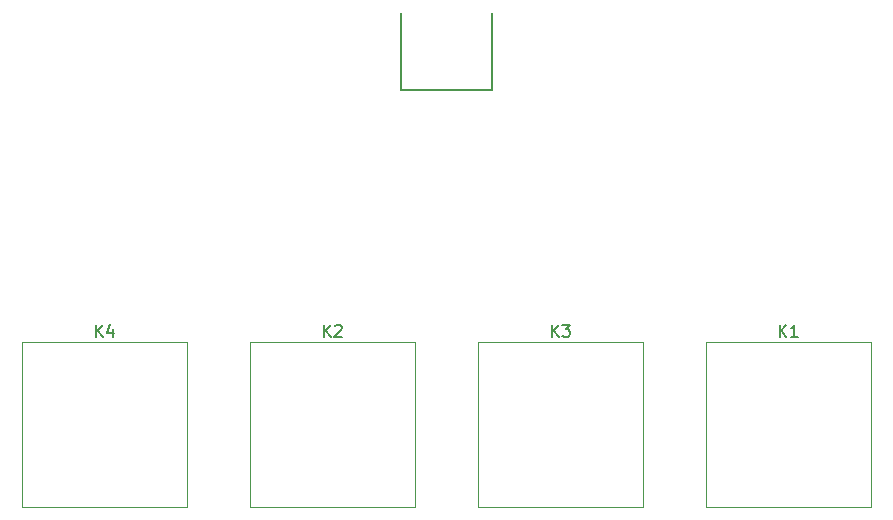
<source format=gto>
%TF.GenerationSoftware,KiCad,Pcbnew,(5.1.9)-1*%
%TF.CreationDate,2021-01-03T12:45:44+00:00*%
%TF.ProjectId,Mechro_4K_PCB,4d656368-726f-45f3-944b-5f5043422e6b,rev?*%
%TF.SameCoordinates,Original*%
%TF.FileFunction,Legend,Top*%
%TF.FilePolarity,Positive*%
%FSLAX46Y46*%
G04 Gerber Fmt 4.6, Leading zero omitted, Abs format (unit mm)*
G04 Created by KiCad (PCBNEW (5.1.9)-1) date 2021-01-03 12:45:44*
%MOMM*%
%LPD*%
G01*
G04 APERTURE LIST*
%ADD10C,0.200000*%
%ADD11C,0.120000*%
%ADD12C,0.150000*%
G04 APERTURE END LIST*
D10*
%TO.C,J1*%
X138525000Y-40800000D02*
X130825000Y-40800000D01*
X138525000Y-40800000D02*
X138525000Y-34300000D01*
X130825000Y-40800000D02*
X130825000Y-34300000D01*
D11*
%TO.C,K1*%
X156656250Y-62146251D02*
X170626250Y-62146251D01*
X170626250Y-62146251D02*
X170626250Y-76116251D01*
X170626250Y-76116251D02*
X156656250Y-76116251D01*
X156656250Y-76116251D02*
X156656250Y-62146251D01*
%TO.C,K2*%
X118065001Y-62146251D02*
X132035001Y-62146251D01*
X132035001Y-62146251D02*
X132035001Y-76116251D01*
X132035001Y-76116251D02*
X118065001Y-76116251D01*
X118065001Y-76116251D02*
X118065001Y-62146251D01*
%TO.C,K3*%
X137365001Y-76116251D02*
X137365001Y-62146251D01*
X151335001Y-76116251D02*
X137365001Y-76116251D01*
X151335001Y-62146251D02*
X151335001Y-76116251D01*
X137365001Y-62146251D02*
X151335001Y-62146251D01*
%TO.C,K4*%
X98756250Y-76116251D02*
X98756250Y-62146251D01*
X112726250Y-76116251D02*
X98756250Y-76116251D01*
X112726250Y-62146251D02*
X112726250Y-76116251D01*
X98756250Y-62146251D02*
X112726250Y-62146251D01*
%TO.C,K1*%
D12*
X162903154Y-61709631D02*
X162903154Y-60709631D01*
X163474583Y-61709631D02*
X163046011Y-61138203D01*
X163474583Y-60709631D02*
X162903154Y-61281060D01*
X164426964Y-61709631D02*
X163855535Y-61709631D01*
X164141250Y-61709631D02*
X164141250Y-60709631D01*
X164046011Y-60852489D01*
X163950773Y-60947727D01*
X163855535Y-60995346D01*
%TO.C,K2*%
X124311905Y-61709631D02*
X124311905Y-60709631D01*
X124883334Y-61709631D02*
X124454762Y-61138203D01*
X124883334Y-60709631D02*
X124311905Y-61281060D01*
X125264286Y-60804870D02*
X125311905Y-60757251D01*
X125407143Y-60709631D01*
X125645239Y-60709631D01*
X125740477Y-60757251D01*
X125788096Y-60804870D01*
X125835715Y-60900108D01*
X125835715Y-60995346D01*
X125788096Y-61138203D01*
X125216667Y-61709631D01*
X125835715Y-61709631D01*
%TO.C,K3*%
X143611905Y-61709631D02*
X143611905Y-60709631D01*
X144183334Y-61709631D02*
X143754762Y-61138203D01*
X144183334Y-60709631D02*
X143611905Y-61281060D01*
X144516667Y-60709631D02*
X145135715Y-60709631D01*
X144802381Y-61090584D01*
X144945239Y-61090584D01*
X145040477Y-61138203D01*
X145088096Y-61185822D01*
X145135715Y-61281060D01*
X145135715Y-61519155D01*
X145088096Y-61614393D01*
X145040477Y-61662012D01*
X144945239Y-61709631D01*
X144659524Y-61709631D01*
X144564286Y-61662012D01*
X144516667Y-61614393D01*
%TO.C,K4*%
X105003154Y-61709631D02*
X105003154Y-60709631D01*
X105574583Y-61709631D02*
X105146011Y-61138203D01*
X105574583Y-60709631D02*
X105003154Y-61281060D01*
X106431726Y-61042965D02*
X106431726Y-61709631D01*
X106193630Y-60662012D02*
X105955535Y-61376298D01*
X106574583Y-61376298D01*
%TD*%
M02*

</source>
